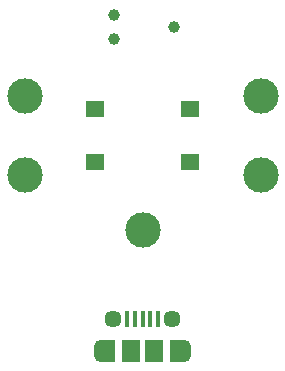
<source format=gbs>
G04 #@! TF.GenerationSoftware,KiCad,Pcbnew,6.0.2+dfsg-1*
G04 #@! TF.CreationDate,2022-08-27T16:00:58-04:00*
G04 #@! TF.ProjectId,ornament,6f726e61-6d65-46e7-942e-6b696361645f,rev?*
G04 #@! TF.SameCoordinates,Original*
G04 #@! TF.FileFunction,Soldermask,Bot*
G04 #@! TF.FilePolarity,Negative*
%FSLAX46Y46*%
G04 Gerber Fmt 4.6, Leading zero omitted, Abs format (unit mm)*
G04 Created by KiCad (PCBNEW 6.0.2+dfsg-1) date 2022-08-27 16:00:58*
%MOMM*%
%LPD*%
G01*
G04 APERTURE LIST*
%ADD10C,0.990600*%
%ADD11C,3.000000*%
%ADD12R,0.400000X1.350000*%
%ADD13O,1.200000X1.900000*%
%ADD14R,1.500000X1.900000*%
%ADD15C,1.450000*%
%ADD16R,1.200000X1.900000*%
%ADD17R,1.600000X1.400000*%
G04 APERTURE END LIST*
D10*
X147574000Y-89789000D03*
X147574000Y-91821000D03*
X152654000Y-90805000D03*
D11*
X160000000Y-96670000D03*
X150000000Y-108000000D03*
X140000000Y-103330000D03*
X140000000Y-96670000D03*
X160000000Y-103330000D03*
D12*
X151300000Y-115537500D03*
X150650000Y-115537500D03*
X150000000Y-115537500D03*
X149350000Y-115537500D03*
X148700000Y-115537500D03*
D13*
X153500000Y-118237500D03*
X146500000Y-118237500D03*
D14*
X149000000Y-118237500D03*
D15*
X152500000Y-115537500D03*
D14*
X151000000Y-118237500D03*
D16*
X147100000Y-118237500D03*
D15*
X147500000Y-115537500D03*
D16*
X152900000Y-118237500D03*
D17*
X146000000Y-102250000D03*
X154000000Y-102250000D03*
X146000000Y-97750000D03*
X154000000Y-97750000D03*
M02*

</source>
